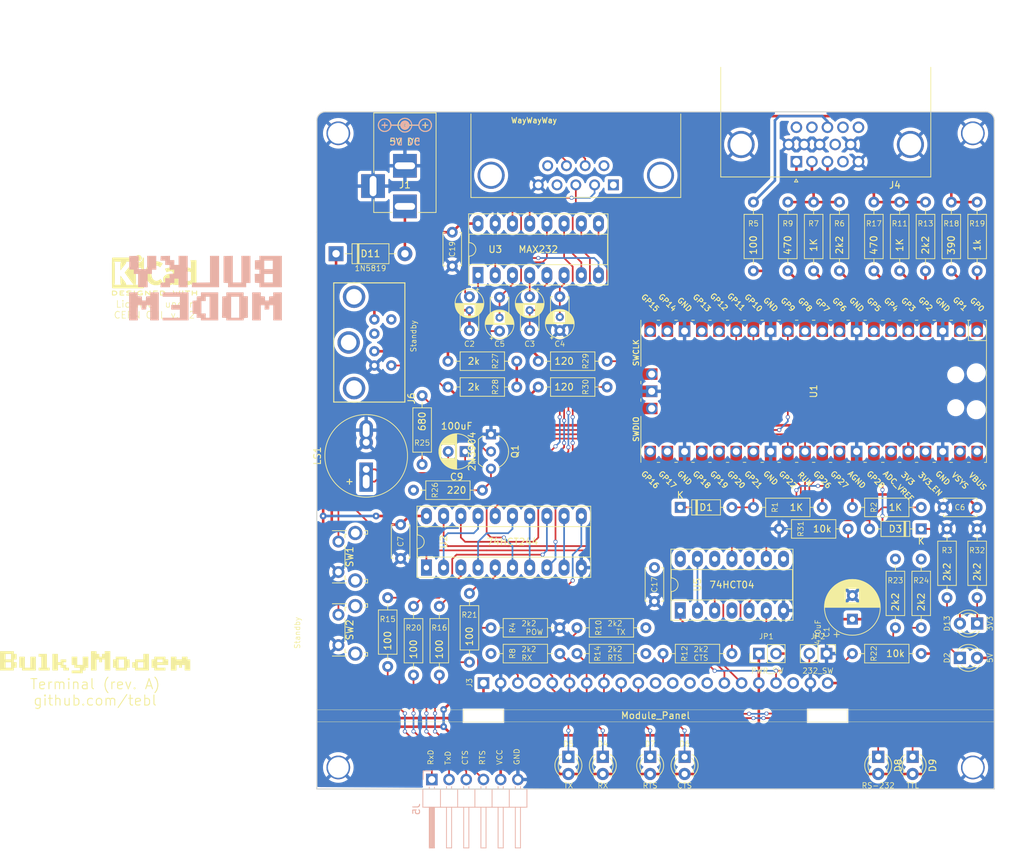
<source format=kicad_pcb>
(kicad_pcb (version 20240108) (generator "pcbnew") (generator_version "8.0")
  (layers (0 "F.Cu" signal) (31 "B.Cu" signal) (34 "B.Paste" user) (35 "F.Paste" user) (36 "B.SilkS" user "B.Silkscreen") (37 "F.SilkS" user "F.Silkscreen") (38 "B.Mask" user) (39 "F.Mask" user) (44 "Edge.Cuts" user))
  (net 0 "")
  (net 1 "GND")
  (net 2 "+5V")
  (net 3 "Net-(U3-VS+)")
  (net 4 "VIN")
  (net 5 "+3.3V")
  (net 6 "Net-(U3-C2-)")
  (net 7 "Net-(U3-C2+)")
  (net 8 "Net-(U3-VS-)")
  (net 9 "Net-(U3-C1+)")
  (net 10 "Net-(U3-C1-)")
  (net 11 "Net-(Q1-C)")
  (net 12 "Net-(C9-Pad2)")
  (net 13 "Pico.RxD")
  (net 14 "MODE_232")
  (net 15 "Net-(D1-A)")
  (net 16 "Net-(D3-A)")
  (net 17 "Pico.CTS")
  (net 18 "/Front Panel/LED.RX")
  (net 19 "/Front Panel/LED.TX")
  (net 20 "/Front Panel/LED.CTS")
  (net 21 "/Front Panel/LED.RTS")
  (net 22 "/Front Panel/LED.232")
  (net 23 "/Front Panel/LED.TTL")
  (net 24 "/Serial/DTE.CTS")
  (net 25 "/Serial/DTE.RTS")
  (net 26 "/Serial/DTE.TxD")
  (net 27 "/Serial/DTE.RxD")
  (net 33 "DEFAULTS")
  (net 34 "RESET")
  (net 35 "/VGA/VGA.G")
  (net 37 "/VGA/VGA.R")
  (net 40 "Net-(J4-Pad13)")
  (net 42 "/VGA/VGA.B")
  (net 45 "Net-(U2-2A2)")
  (net 46 "Net-(U2-2Y1)")
  (net 47 "MODE_SEL")
  (net 48 "Net-(U2-2Y0)")
  (net 49 "Net-(U2-2A3)")
  (net 53 "Net-(J6-Pad1)")
  (net 55 "Net-(J6-Pad5)")
  (net 57 "Net-(Q1-B)")
  (net 58 "SYNC")
  (net 59 "R0")
  (net 60 "R1")
  (net 61 "R2")
  (net 62 "G1")
  (net 63 "G0")
  (net 65 "unconnected-(U5-Pad6)")
  (net 68 "TTL.RxD")
  (net 69 "TTL.RTS")
  (net 70 "Net-(D11-A)")
  (net 71 "G2")
  (net 72 "B1")
  (net 73 "B0")
  (net 74 "TTL.TxD")
  (net 75 "TTL.CTS")
  (net 76 "MODE_TTL")
  (net 77 "BUZZER")
  (net 78 "PS2.DAT")
  (net 79 "PS2.CLK")
  (net 80 "Net-(U1-GPIO28_ADC2)")
  (net 81 "Pico.TxD")
  (net 101 "Pico.RTS")
  (net 109 "232.TxD")
  (net 110 "232.CTS")
  (net 111 "232.RxD")
  (net 112 "232.RTS")
  (net 113 "Net-(D2-K)")
  (net 114 "Net-(D13-K)")
  (net 115 "/Front Panel/LED.POW")
  (footprint "mounting:M3_pin" (layer "F.Cu") (at 167.005 57.785)
    (property "Reference" "M3" (hide yes))
    (property "Value" "Mounting" (hide yes))
  )
  (footprint "mounting:M3_pin" (layer "F.Cu") (at 73.355 57.785)
    (property "Reference" "M4" (hide yes))
    (property "Value" "Mounting" (hide yes))
  )
  (footprint "Symbols:KiCad-Logo2_6mm_SilkScreen" (layer "F.Cu") (at 46.228 78.74)
    (property "Reference" "REF***" (hide yes))
    (property "Value" "KiCad-Logo2_6mm_SilkScreen" (hide yes))
  )
  (footprint "mounting:M3_pin" (layer "F.Cu") (at 167.005 151.435)
    (property "Reference" "M2" (hide yes))
    (property "Value" "Mounting" (hide yes))
  )
  (footprint "LED_THT:LED_D3.0mm" (layer "F.Cu") (at 112.395 149.86 -90)
    (property "Reference" "D4")
    (property "Value" "RX")
  )
  (footprint "LED_THT:LED_D3.0mm" (layer "F.Cu") (at 107.315 149.86 -90)
    (property "Reference" "D5")
    (property "Value" "TX")
  )
  (footprint "LED_THT:LED_D3.0mm" (layer "F.Cu") (at 124.46 149.86 -90)
    (property "Reference" "D6")
    (property "Value" "CTS")
  )
  (footprint "LED_THT:LED_D3.0mm" (layer "F.Cu") (at 119.38 149.86 -90)
    (property "Reference" "D7")
    (property "Value" "RTS")
  )
  (footprint "RND_DSUB:DSUB-9_Male_Horizontal_P2.77x2.84mm_EdgePinOffset7.70mm_Housed_MountingHolesOffset9.12mm" (layer "F.Cu") (at 113.95 65.405 180)
    (property "Reference" "J2" (hide yes))
    (property "Value" "RS-232")
  )
  (footprint "BulkyModem:Terminal_Panel" (layer "F.Cu") (at 120.18 138.97)
    (property "Reference" "J3")
    (property "Value" "Module_Panel")
  )
  (footprint "Connector_PinHeader_2.54mm:PinHeader_1x02_P2.54mm_Vertical" (layer "F.Cu") (at 135.42 134.62 90)
    (property "Reference" "JP1")
    (property "Value" "PWR_SW")
  )
  (footprint "mounting:M3_pin" (layer "F.Cu") (at 73.355 151.435)
    (property "Reference" "M1" (hide yes))
    (property "Value" "Mounting" (hide yes))
  )
  (footprint "resistor:R_Axial_DIN0207_L6.3mm_D2.5mm_P10.16mm_Horizontal" (layer "F.Cu") (at 95.885 134.62)
    (property "Reference" "R8")
    (property "Value" "2k2")
  )
  (footprint "resistor:R_Axial_DIN0207_L6.3mm_D2.5mm_P10.16mm_Horizontal" (layer "F.Cu") (at 118.745 130.81 180)
    (property "Reference" "R10")
    (property "Value" "2k2")
  )
  (footprint "resistor:R_Axial_DIN0207_L6.3mm_D2.5mm_P10.16mm_Horizontal" (layer "F.Cu") (at 131.445 134.62 180)
    (property "Reference" "R12")
    (property "Value" "2k2")
  )
  (footprint "resistor:R_Axial_DIN0207_L6.3mm_D2.5mm_P10.16mm_Horizontal" (layer "F.Cu") (at 118.745 134.62 180)
    (property "Reference" "R14")
    (property "Value" "2k2")
  )
  (footprint "Package_DIP:DIP-16_W7.62mm_Socket_LongPads" (layer "F.Cu") (at 93.98 78.74 90)
    (property "Reference" "U3")
    (property "Value" "MAX232")
  )
  (footprint "BulkyModem:BARREL_JACK" (layer "F.Cu") (at 83.185 68.58 -90)
    (property "Reference" "J1")
    (property "Value" "DC IN")
  )
  (footprint "BulkyModem:PWR_Specification" (layer "F.Cu") (at 83.185 56.515)
    (property "Reference" "SYM1" (hide yes))
    (property "Value" "DC_5V")
  )
  (footprint "Capacitor_THT:C_Disc_D4.7mm_W2.5mm_P5.00mm" (layer "F.Cu") (at 120.015 121.92 -90)
    (property "Reference" "C17")
    (property "Value" "100nF")
  )
  (footprint "Capacitor_THT:C_Disc_D4.7mm_W2.5mm_P5.00mm" (layer "F.Cu") (at 90.17 72.39 -90)
    (property "Reference" "C19")
    (property "Value" "100nF")
  )
  (footprint "Capacitor_THT:C_Disc_D4.7mm_W2.5mm_P5.00mm" (layer "F.Cu") (at 82.55 115.57 -90)
    (property "Reference" "C7")
    (property "Value" "100nF")
  )
  (footprint "BulkyModem:CP_Radial_D4.0mm_P2.00mm_Custom" (layer "F.Cu") (at 97.155 86.995 90)
    (property "Reference" "C5")
    (property "Value" "1uF" (hide yes))
  )
  (footprint "BulkyModem:CP_Radial_D4.0mm_P2.00mm_Custom" (layer "F.Cu") (at 101.6 81.915 -90)
    (property "Reference" "C3")
    (property "Value" "1uF" (hide yes))
  )
  (footprint "BulkyModem:CP_Radial_D4.0mm_P2.00mm_Custom" (layer "F.Cu") (at 92.71 81.915 -90)
    (property "Reference" "C2")
    (property "Value" "1uF" (hide yes))
  )
  (footprint "BulkyModem:CP_Radial_D4.0mm_P2.00mm_Custom" (layer "F.Cu") (at 106.045 86.915 90)
    (property "Reference" "C4")
    (property "Value" "1uF" (hide yes))
  )
  (footprint "Capacitor_THT:C_Disc_D4.7mm_W2.5mm_P5.00mm" (layer "F.Cu") (at 167.64 113.03 180)
    (property "Reference" "C6")
    (property "Value" "100nF")
  )
  (footprint "resistor:R_Axial_DIN0207_L6.3mm_D2.5mm_P10.16mm_Horizontal" (layer "F.Cu") (at 106.045 130.81 180)
    (property "Reference" "R4")
    (property "Value" "2k2")
  )
  (footprint "BulkyModem:D_DO-41_SOD81_P10.16mm_Horizontal" (layer "F.Cu") (at 73.025 75.565)
    (property "Reference" "D11")
    (property "Value" "1N5819")
  )
  (footprint "Capacitor_THT:CP_Radial_D8.0mm_P3.50mm" (layer "F.Cu") (at 149.225 129.54 90)
    (property "Reference" "C1")
    (property "Value" "470uF")
  )
  (footprint "artwork:BulkyModem_small" (layer "F.Cu") (at 37.465 135.89)
    (property "Reference" "G***" (hide yes))
    (property "Value" "LOGO" (hide yes))
  )
  (footprint "resistor:R_Axial_DIN0207_L6.3mm_D2.5mm_P10.16mm_Horizontal" (layer "F.Cu") (at 144.78 113.03 180)
    (property "Reference" "R1")
    (property "Value" "1K")
  )
  (footprint "LED_THT:LED_D3.0mm" (layer "F.Cu") (at 158.115 149.86 -90)
    (property "Reference" "D9")
    (property "Value" "TTL")
  )
  (footprint "resistor:R_Axial_DIN0207_L6.3mm_D2.5mm_P10.16mm_Horizontal" (layer "F.Cu") (at 99.695 95.25 180)
    (property "Reference" "R28")
    (property "Value" "2k")
  )
  (footprint "resistor:R_Axial_DIN0207_L6.3mm_D2.5mm_P10.16mm_Horizontal" (layer "F.Cu") (at 156.21 78.105 90)
    (property "Reference" "R11")
    (property "Value" "1K")
  )
  (footprint "resistor:R_Axial_DIN0207_L6.3mm_D2.5mm_P10.16mm_Horizontal" (layer "F.Cu") (at 113.03 95.25 180)
    (property "Reference" "R30")
    (property "Value" "120")
  )
  (footprint "resistor:R_Axial_DIN0207_L6.3mm_D2.5mm_P10.16mm_Horizontal" (layer "F.Cu") (at 84.455 137.795 90)
    (property "Reference" "R20")
    (property "Value" "100")
  )
  (footprint "resistor:R_Axial_DIN0207_L6.3mm_D2.5mm_P10.16mm_Horizontal" (layer "F.Cu") (at 159.385 120.65 -90)
    (property "Reference" "R24")
    (property "Value" "2k2")
  )
  (footprint "resistor:R_Axial_DIN0207_L6.3mm_D2.5mm_P10.16mm_Horizontal" (layer "F.Cu") (at 148.59 116.205 180)
    (property "Reference" "R31")
    (property "Value" "10k")
  )
  (footprint "resistor:R_Axial_DIN0207_L6.3mm_D2.5mm_P10.16mm_Horizontal" (layer "F.Cu") (at 167.64 116.205 -90)
    (property "Reference" "R32")
    (property "Value" "2k2")
  )
  (footprint "resistor:R_Axial_DIN0207_L6.3mm_D2.5mm_P10.16mm_Horizontal" (layer "F.Cu") (at 163.83 78.105 90)
    (property "Reference" "R18")
    (property "Value" "390")
  )
  (footprint "Package_DIP:DIP-14_W7.62mm_Socket_LongPads" (layer "F.Cu") (at 123.825 128.26 90)
    (property "Reference" "U5")
    (property "Value" "74HCT04")
  )
  (footprint "Package_TO_SOT_THT:TO-92_Inline_Wide" (layer "F.Cu") (at 95.885 102.235 -90)
    (property "Reference" "Q1")
    (property "Value" "2N3904")
  )
  (footprint "resistor:R_Axial_DIN0207_L6.3mm_D2.5mm_P10.16mm_Horizontal" (layer "F.Cu") (at 99.695 91.44 180)
    (property "Reference" "R27")
    (property "Value" "2k")
  )
  (footprint "resistor:R_Axial_DIN0207_L6.3mm_D2.5mm_P10.16mm_Horizontal" (layer "F.Cu") (at 134.62 67.945 -90)
    (property "Reference" "R5")
    (property "Value" "100")
  )
  (footprint "Diode_THT:D_DO-35_SOD27_P7.62mm_Horizontal" (layer "F.Cu") (at 159.385 116.205 180)
    (property "Reference" "D3")
    (property "Value" "1n4148")
  )
  (footprint "resistor:R_Axial_DIN0207_L6.3mm_D2.5mm_P10.16mm_Horizontal" (layer "F.Cu") (at 149.225 134.62)
    (property "Reference" "R22")
    (property "Value" "10k")
  )
  (footprint "Capacitor_THT:CP_Radial_D5.0mm_P2.50mm" (layer "F.Cu") (at 92.075 104.775 180)
    (property "Reference" "C9")
    (property "Value" "100uF")
  )
  (footprint "Button_Switch_THT:SW_Tactile_SPST_Angled_PTS645Vx39-2LFS" (layer "F.Cu") (at 73.3725 122.575 90)
    (property "Reference" "SW1")
    (property "Value" "RESET")
  )
  (footprint "resistor:R_Axial_DIN0207_L6.3mm_D2.5mm_P10.16mm_Horizontal" (layer "F.Cu") (at 147.32 78.105 90)
    (property "Reference" "R6")
    (property "Value" "2k2")
  )
  (footprint "resistor:R_Axial_DIN0207_L6.3mm_D2.5mm_P10.16mm_Horizontal" (layer "F.Cu") (at 139.7 78.105 90)
    (property "Reference" "R9")
    (property "Value" "470")
  )
  (footprint "Package_DIP:DIP-20_W7.62mm_Socket_LongPads" (layer "F.Cu") (at 86.36 121.92 90)
    (property "Reference" "U2")
    (property "Value" "74HCT244")
  )
  (footprint "resistor:R_Axial_DIN0207_L6.3mm_D2.5mm_P10.16mm_Horizontal" (layer "F.Cu") (at 92.71 125.73 -90)
    (property "Reference" "R21")
    (property "Value" "100")
  )
  (footprint "Connector_PinHeader_2.54mm:PinHeader_1x02_P2.54mm_Vertical" (layer "F.Cu") (at 145.415 134.62 -90)
    (property "Reference" "JP2")
    (property "Value" "232_SW")
  )
  (footprint "VGA_DSUB:DSUB-15-L77HDE15SD1CH4F" (layer "F.Cu") (at 145.296 48.006)
    (property "Reference" "J4")
    (property "Value" "VGA")
  )
  (footprint "resistor:R_Axial_DIN0207_L6.3mm_D2.5mm_P10.16mm_Horizontal" (layer "F.Cu") (at 80.645 126.365 -90)
    (property "Reference" "R15")
    (property "Value" "100")
  )
  (footprint "small_buzzer:Buzzer_12x9.5RM7.6" (layer "F.Cu") (at 77.47 109.22 90)
    (property "Reference" "LS1")
    (property "Value" "Speaker")
  )
  (footprint "resistor:R_Axial_DIN0207_L6.3mm_D2.5mm_P10.16mm_Horizontal" (layer "F.Cu") (at 152.4 78.105 90)
    (property "Reference" "R17")
    (property "Value" "470")
  )
  (footprint "resistor:R_Axial_DIN0207_L6.3mm_D2.5mm_P10.16mm_Horizontal" (layer "F.Cu") (at 155.575 120.65 -90)
    (property "Reference" "R23")
    (property "Value" "2k2")
  )
  (footprint "resistor:R_Axial_DIN0207_L6.3mm_D2.5mm_P10.16mm_Horizontal" (layer "F.Cu") (at 88.265 137.795 90)
    (property "Reference" "R16")
    (property "Value" "100")
  )
  (footprint "Diode_THT:D_DO-35_SOD27_P7.62mm_Horizontal" (layer "F.Cu") (at 123.825 113.03)
    (property "Reference" "D1")
    (property "Value" "1n4148")
  )
  (footprint "resistor:R_Axial_DIN0207_L6.3mm_D2.5mm_P10.16mm_Horizontal" (layer "F.Cu") (at 84.455 110.49)
    (property "Reference" "R26")
    (property "Value" "220")
  )
  (footprint "PS2_mini_din_6:MINI-DIN-6-FULL-SHIELD" (layer "F.Cu") (at 70.18 88.675 90)
    (property "Reference" "J6")
    (property "Value" "PS/2_Connector" (hide yes))
  )
  (footprint "Button_Switch_THT:SW_Tactile_SPST_Angled_PTS645Vx39-2LFS" (layer "F.Cu") (at 73.3725 133.37 90)
    (property "Reference" "SW2")
    (property "Value" "DEFAULTS")
  )
  (footprint "resistor:R_Axial_DIN0207_L6.3mm_D2.5mm_P10.16mm_Horizontal" (layer "F.Cu") (at 85.725 106.68 90)
    (property "Reference" "R25")
    (property "Value" "680")
  )
  (footprint "resistor:R_Axial_DIN0207_L6.3mm_D2.5mm_P10.16mm_Horizontal" (layer "F.Cu") (at 163.195 116.205 -90)
    (property "Reference" "R3")
    (property "Value" "2k2")
  )
  (footprint "LED_THT:LED_D3.0mm" (layer "F.Cu") (at 167.64 130.175 180)
    (property "Reference" "D13")
    (property "Value" "3V3")
  )
  (footprint "pi_pico:RPi_Pico_SMD_TH" (layer "F.Cu") (at 143.51 95.885 -90)
    (property "Reference" "U1")
    (property "Value" "Pico")
  )
  (footprint "resistor:R_Axial_DIN0207_L6.3mm_D2.5mm_P10.16mm_Horizontal" (layer "F.Cu") (at 113.03 91.44 180)
    (property "Reference" "R29")
    (property "Value" "120")
  )
  (footprint "resistor:R_Axial_DIN0207_L6.3mm_D2.5mm_P10.16mm_Horizontal" (layer "F.Cu") (at 167.64 78.105 90)
    (property "Reference" "R19")
    (property "Value" "1k")
  )
  (footprint "LED_THT:LED_D3.0mm" (layer "F.Cu") (at 153.035 149.86 -90)
    (property "Reference" "D8")
    (property "Value" "RS-232")
  )
  (footprint "resistor:R_Axial_DIN0207_L6.3mm_D2.5mm_P10.16mm_Horizontal" (layer "F.Cu") (at 143.51 78.105 90)
    (property "Reference" "R7")
    (property "Value" "1K")
  )
  (footprint "resistor:R_Axial_DIN0207_L6.3mm_D2.5mm_P10.16mm_Horizontal" (layer "F.Cu") (at 160.02 78.105 90)
    (property "Reference" "R13")
    (property "Value" "2k2")
  )
  (footprint "resistor:R_Axial_DIN0207_L6.3mm_D2.5mm_P10.16mm_Horizontal" (layer "F.Cu") (at 149.225 113.03)
    (property "Reference" "R2")
    (property "Value" "1K")
  )
  (footprint "LED_THT:LED_D3.0mm" (layer "F.Cu") (at 165.1 135.255)
    (property "Reference" "D2")
    (property "Value" "5V")
  )
  (footprint "artwork:BulkyModem" (layer "B.Cu") (at 53.594 80.645 180)
    (property "Reference" "G***" (hide yes))
    (property "Value" "LOGO" (hide yes))
  )
  (footprint "Connector_PinHeader_2.54mm:PinHeader_1x06_P2.54mm_Horizontal" (layer "B.Cu") (at 87.16 153.21 -90)
    (property "Reference" "J5")
    (property "Value" "TTL")
  )
  (gr_line (start 70.18 139.954) (end 70.18 72.39) (stroke (width 0.15)) (layer "Edge.Cuts"))
  (gr_line (start 70.18 139.954) (end 70.18 154.61) (stroke (width 0.15)) (layer "Edge.Cuts"))
  (gr_line (start 70.18 55.88) (end 70.18 72.39) (stroke (width 0.15)) (layer "Edge.Cuts"))
  (gr_line (start 170.18 78.74) (end 170.18 55.88) (stroke (width 0.15)) (layer "Edge.Cuts"))
  (gr_line (start 97.775 142.803) (end 97.775 144.808) (stroke (width 0.05)) (layer "Edge.Cuts"))
  (gr_line (start 142.575 144.808) (end 142.575 142.803) (stroke (width 0.05)) (layer "Edge.Cuts"))
  (gr_line (start 91.775 144.808) (end 91.775 142.803) (stroke (width 0.05)) (layer "Edge.Cuts"))
  (gr_line (start 148.575 144.808) (end 142.575 144.808) (stroke (width 0.05)) (layer "Edge.Cuts"))
  (gr_line (start 97.775 144.808) (end 91.775 144.808) (stroke (width 0.05)) (layer "Edge.Cuts"))
  (gr_line (start 142.575 142.803) (end 148.575 142.803) (stroke (width 0.05)) (layer "Edge.Cuts"))
  (gr_line (start 91.775 142.803) (end 97.775 142.803) (stroke (width 0.05)) (layer "Edge.Cuts"))
  (gr_line (start 148.575 142.803) (end 148.575 144.808) (stroke (width 0.05)) (layer "Edge.Cuts"))
  (gr_line (start 70.18 154.61) (end 102.4705 154.61) (stroke (width 0.15)) (layer "Edge.Cuts"))
  (gr_line (start 137.8895 154.61) (end 170.18 154.61) (stroke (width 0.15)) (layer "Edge.Cuts"))
  (gr_arc (start 168.91 54.61) (mid 169.808026 54.981974) (end 170.18 55.88) (stroke (width 0.15)) (layer "Edge.Cuts"))
  (gr_line (start 168.91 54.61) (end 71.45 54.61) (stroke (width 0.15)) (layer "Edge.Cuts"))
  (gr_arc (start 70.18 55.88) (mid 70.551974 54.981974) (end 71.45 54.61) (stroke (width 0.15)) (layer "Edge.Cuts"))
  (gr_line (start 137.8895 154.61) (end 102.4705 154.61) (stroke (width 0.15)) (layer "Edge.Cuts"))
  (gr_line (start 170.18 154.61) (end 170.18 78.74) (stroke (width 0.15)) (layer "Edge.Cuts"))
  (gr_text "5V DC" (at 83.185 59.055 0) (layer "B.SilkS") (effects (font (size 1 1)) (justify mirror)))
  (gr_text "Licensed under\nCERN OHL v.1.2" (at 46.228 83.82 0) (layer "F.SilkS") (effects (font (size 1 1) (thickness 0.1))))
  (gr_text "RxD" (at 86.995 151.13 90) (layer "F.SilkS") (effects (font (size 0.8 0.8) (thickness 0.1)) (justify left)))
  (gr_text "RX" (at 100.33 135.255 0) (layer "F.SilkS") (effects (font (size 0.8 0.8) (thickness 0.1)) (justify left)))
  (gr_text "CTS" (at 92.075 151.13 90) (layer "F.SilkS") (effects (font (size 0.8 0.8) (thickness 0.1)) (justify left)))
  (gr_text "5V DC" (at 83.185 59.055 0) (layer "F.SilkS") (effects (font (size 1 1))))
  (gr_text "TxD" (at 89.535 151.13 90) (layer "F.SilkS") (effects (font (size 0.8 0.8) (thickness 0.1)) (justify left)))
  (gr_text "TX" (at 114.3 131.445 0) (layer "F.SilkS") (effects (font (size 0.8 0.8) (thickness 0.1)) (justify left)))
  (gr_text "RTS" (at 94.615 151.13 90) (layer "F.SilkS") (effects (font (size 0.8 0.8) (thickness 0.1)) (justify left)))
  (gr_text "GND" (at 99.695 151.13 90) (layer "F.SilkS") (effects (font (size 0.8 0.8) (thickness 0.1)) (justify left)))
  (gr_text "Standby" (at 67.31 133.985 90) (layer "F.SilkS") (effects (font (size 0.8 0.8) (thickness 0.1)) (justify left)))
  (gr_text "WayWayWay" (at 102.235 55.88 0) (layer "F.SilkS") (effects (font (size 0.8 0.8))))
  (gr_text "RTS" (at 113.03 135.255 0) (layer "F.SilkS") (effects (font (size 0.8 0.8) (thickness 0.1)) (justify left)))
  (gr_text "POW" (at 100.965 131.445 0) (layer "F.SilkS") (effects (font (size 0.8 0.8) (thickness 0.1)) (justify left)))
  (gr_text "CTS" (at 125.73 135.255 0) (layer "F.SilkS") (effects (font (size 0.8 0.8) (thickness 0.1)) (justify left)))
  (gr_text "VCC" (at 97.155 151.13 90) (layer "F.SilkS") (effects (font (size 0.8 0.8) (thickness 0.1)) (justify left)))
  (gr_text "Terminal (rev. A)\ngithub.com/tebl" (at 37.465 140.335 0) (layer "F.SilkS") (effects (font (size 1.5 1.5))))
  (gr_text "Standby" (at 84.455 90.17 90) (layer "F.SilkS") (effects (font (size 0.8 0.8) (thickness 0.1)) (justify left)))
  (segment (start 87.63 72.39) (end 87.63 81.915) (width 0.381) (layer "F.Cu") (net 2))
  (segment (start 94.78 140.805) (end 93.98 141.605) (width 0.381) (layer "F.Cu") (net 2))
  (segment (start 153.035 152.4) (end 158.115 152.4) (width 0.381) (layer "F.Cu") (net 2))
  (segment (start 71.12 67.31) (end 79.375 59.055) (width 0.381) (layer "F.Cu") (net 2))
  (segment (start 169.545 64.77) (end 160.02 55.245) (width 0.381) (layer "F.Cu") (net 2))
  (segment (start 149.225 129.54) (end 144.78 129.54) (width 0.381) (layer "F.Cu") (net 2))
  (segment (start 107.315 152.4) (end 112.395 152.4) (width 0.381) (layer "F.Cu") (net 2))
  (segment (start 97.32 147.955) (end 101.6 147.955) (width 0.381) (layer "F.Cu") (net 2))
  (segment (start 88.9 142.875) (end 90.17 141.605) (width 0.381) (layer "F.Cu") (net 2))
  (segment (start 79.375 83.185) (end 86.36 83.185) (width 0.381) (layer "F.Cu") (net 2))
  (segment (start 162.56 137.16) (end 169.545 137.16) (width 0.381) (layer "F.Cu") (net 2))
  (segment (start 87.63 72.39) (end 87.63 59.055) (width 0.381) (layer "F.Cu") (net 2))
  (segment (start 91.44 71.12) (end 90.17 72.39) (width 0.381) (layer "F.Cu") (net 2))
  (segment (start 149.225 129.54) (end 151.13 129.54) (width 0.381) (layer "F.Cu") (net 2))
  (segment (start 78.93 114.3) (end 80.01 114.3) (width 0.381) (layer "F.Cu") (net 2))
  (segment (start 97.32 147.955) (end 97.32 153.21) (width 0.381) (layer "F.Cu") (net 2))
  (segment (start 87.63 81.915) (end 89.63 83.915) (width 0.381) (layer "F.Cu") (net 2))
  (segment (start 161.29 130.175) (end 161.29 134.62) (width 0.381) (layer "F.Cu") (net 2))
  (segment (start 167.64 135.255) (end 169.545 135.255) (width 0.381) (layer "F.Cu") (net 2))
  (segment (start 145.58 138.97) (end 147.415 138.97) (width 0.381) (layer "F.Cu") (net 2))
  (segment (start 71.12 144.145) (end 71.12 67.31) (width 0.381) (layer "F.Cu") (net 2))
  (segment (start 169.545 144.145) (end 169.545 137.16) (width 0.381) (layer "F.Cu") (net 2))
  (segment (start 169.545 137.16) (end 169.545 135.255) (width 0.381) (layer "F.Cu") (net 2))
  (segment (start 161.29 135.89) (end 162.56 137.16) (width 0.381) (layer "F.Cu") (net 2))
  (segment (start 165.1 107.95) (end 165.1 104.775) (width 0.381) (layer "F.Cu") (net 2))
  (segment (start 92.71 86.915) (end 92.71 83.915) (width 0.381) (layer "F.Cu") (net 2))
  (segment (start 165.735 108.585) (end 165.1 107.95) (width 0.381) (layer "F.Cu") (net 2))
  (segment (start 161.29 134.62) (end 161.29 135.89) (width 0.381) (layer "F.Cu") (net 2))
  (segment (start 78.68 85.275) (end 78.68 83.88) (width 0.381) (layer "F.Cu") (net 2))
  (segment (start 152.4 128.27) (end 159.385 128.27) (width 0.381) (layer "F.Cu") (net 2))
  (segment (start 88.9 145.415) (end 72.39 145.415) (width 0.381) (layer "F.Cu") (net 2))
  (segment (start 165.735 108.585) (end 169.545 108.585) (width 0.381) (layer "F.Cu") (net 2))
  (segment (start 147.415 138.97) (end 151.13 135.255) (width 0.381) (layer "F.Cu") (net 2))
  (segment (start 83.82 114.3) (end 82.55 115.57) (width 0.381) (layer "F.Cu") (net 2))
  (segment (start 93.98 141.605) (end 90.17 141.605) (width 0.381) (layer "F.Cu") (net 2))
  (segment (start 119.38 152.4) (end 124.46 152.4) (width 0.381) (layer "F.Cu") (net 2))
  (segment (start 158.115 152.4) (end 161.29 152.4) (width 0.381) (layer "F.Cu") (net 2))
  (segment (start 78.68 83.88) (end 79.375 83.185) (width 0.381) (layer "F.Cu") (net 2))
  (segment (start 139.7 134.62) (end 137.96 134.62) (width 0.381) (layer "F.Cu") (net 2))
  (segment (start 128.27 59.055) (end 87.63 59.055) (width 0.381) (layer "F.Cu") (net 2))
  (segment (start 159.385 128.27) (end 161.29 130.175) (width 0.381) (layer "F.Cu") (net 2))
  (segment (start 112.395 152.4) (end 119.38 152.4) (width 0.381) (layer "F.Cu") (net 2))
  (segment (start 151.13 135.255) (end 151.13 129.54) (width 0.381) (layer "F.Cu") (net 2))
  (segment (start 124.46 152.4) (end 153.035 152.4) (width 0.381) (layer "F.Cu") (net 2))
  (segment (start 169.545 135.255) (end 169.545 108.585) (width 0.381) (layer "F.Cu") (net 2))
  (segment (start 159.385 134.62) (end 161.29 134.62) (width 0.381) (layer "F.Cu") (net 2))
  (segment (start 132.08 55.245) (end 128.27 59.055) (width 0.381) (layer "F.Cu") (net 2))
  (segment (start 91.44 147.955) (end 97.32 147.955) (width 0.381) (layer "F.Cu") (net 2))
  (segment (start 86.36 83.185) (end 87.63 81.915) (width 0.381) (layer "F.Cu") (net 2))
  (segment (start 161.29 152.4) (end 169.545 144.145) (width 0.381) (layer "F.Cu") (net 2))
  (segment (start 90.17 72.39) (end 87.63 72.39) (width 0.381) (layer "F.Cu") (net 2))
  (segment (start 80.01 114.3) (end 81.28 115.57) (width 0.381) (layer "F.Cu") (net 2))
  (segment (start 72.39 145.415) (end 71.12 144.145) (width 0.381) (layer "F.Cu") (net 2))
  (segment (start 86.36 114.3) (end 83.82 114.3) (width 0.381) (layer "F.Cu") (net 2))
  (segment (start 94.78 138.97) (end 94.78 140.805) (width 0.381) (layer "F.Cu") (net 2))
  (segment (start 101.6 147.955) (end 106.045 152.4) (width 0.381) (layer "F.Cu") (net 2))
  (segment (start 81.28 115.57) (end 82.55 115.57) (width 0.381) (layer "F.Cu") (net 2))
  (segment (start 79.375 59.055) (end 87.63 59.055) (width 0.381) (layer "F.Cu") (net 2))
  (segment (start 151.13 129.54) (end 152.4 128.27) (width 0.381) (layer "F.Cu") (net 2))
  (segment (start 88.9 145.415) (end 91.44 147.955) (width 0.381) (layer "F.Cu") (net 2))
  (segment (start 144.78 129.54) (end 139.7 134.62) (width 0.381) (layer "F.Cu") (net 2))
  (segment (start 93.98 71.12) (end 91.44 71.12) (width 0.381) (layer "F.Cu") (net 2))
  (segment (start 107.315 152.4) (end 106.045 152.4) (width 0.381) (layer "F.Cu") (net 2))
  (segment (start 160.02 55.245) (end 132.08 55.245) (width 0.381) (layer "F.Cu") (net 2))
  (segment (start 89.63 83.915) (end 92.71 83.915) (width 0.381) (layer "F.Cu") (net 2))
  (segment (start 169.545 108.585) (end 169.545 64.77) (width 0.381) (layer "F.Cu") (net 2))
  (via (at 88.9 142.875) (size 1) (drill 0.4) (layers "F.Cu" "B.Cu") (net 2))
  (via (at 78.93 114.3) (size 1) (drill 0.4) (layers "F.Cu" "B.Cu") (net 2))
  (via (at 71.12 114.3) (size 1) (drill 0.4) (layers "F.Cu" "B.Cu") (net 2))
  (via (at 88.9 145.415) (size 1) (drill 0.4) (layers "F.Cu" "B.Cu") (net 2))
  (segment (start 88.9 142.875) (end 88.9 145.415) (width 0.381) (layer "B.Cu") (net 2))
  (segment (start 71.12 114.3) (end 78.93 114.3) (width 0.381) (layer "B.Cu") (net 2))
  (segment (start 93.345 76.2) (end 95.885 76.2) (width 0.25) (layer "F.Cu") (net 3))
  (segment (start 96.52 76.835) (end 96.52 78.74) (width 0.25) (layer "F.Cu") (net 3))
  (segment (start 92.075 77.47) (end 93.345 76.2) (width 0.25) (layer "F.Cu") (net 3))
  (segment (start 95.885 76.2) (end 96.52 76.835) (width 0.25) (layer "F.Cu") (net 3))
  (segment (start 92.71 81.915) (end 92.075 81.28) (width 0.25) (layer "F.Cu") (net 3))
  (segment (start 92.075 81.28) (end 92.075 77.47) (width 0.25) (layer "F.Cu") (net 3))
  (segment (start 135.42 145.885) (end 134.62 146.685) (width 0.381) (layer "F.Cu") (net 4))
  (segment (start 71.755 96.52) (end 71.755 80.645) (width 0.381) (layer "F.Cu") (net 4))
  (segment (start 72.39 97.155) (end 71.755 96.52) (width 0.381) (layer "F.Cu") (net 4))
  (segment (start 72.39 115.57) (end 72.39 97.155) (width 0.381) (layer "F.Cu") (net 4))
  (segment (start 71.755 80.645) (end 73.025 79.375) (width 0.381) (layer "F.Cu") (net 4))
  (segment (start 134.62 146.685) (end 92.075 146.685) (width 0.381) (layer "F.Cu") (net 4))
  (segment (start 71.755 142.875) (end 71.755 116.205) (width 0.381) (layer "F.Cu") (net 4))
  (segment (start 92.075 146.685) (end 89.535 144.145) (width 0.381) (layer "F.Cu") (net 4))
  (segment (start 135.42 134.62) (end 135.42 138.97) (width 0.381) (layer "F.Cu") (net 4))
  (segment (start 73.025 79.375) (end 73.025 75.565) (width 0.381) (layer "F.Cu") (net 4))
  (segment (start 89.535 144.145) (end 73.025 144.145) (width 0.381) (layer "F.Cu") (net 4))
  (segment (start 71.755 116.205) (end 72.39 115.57) (width 0.381) (layer "F.Cu") (net 4))
  (segment (start 135.42 138.97) (end 135.42 145.885) (width 0.381) (layer "F.Cu") (net 4))
  (segment (start 73.025 144.145) (end 71.755 142.875) (width 0.381) (layer "F.Cu") (net 4))
  (segment (start 167.64 113.03) (end 165.735 111.125) (width 0.381) (layer "F.Cu") (net 5))
  (segment (start 99.695 93.345) (end 99.695 91.44) (width 0.381) (layer "F.Cu") (net 5))
  (segment (start 104.775 100.33) (end 105.3545 100.9095) (width 0.381) (layer "F.Cu") (net 5))
  (segment (start 144.78 111.76) (end 145.415 111.125) (width 0.381) (layer "F.Cu") (net 5))
  (segment (start 157.48 101.6) (end 157.48 104.775) (width 0.381) (layer "F.Cu") (net 5))
  (segment (start 165.1 115.57) (end 167.64 113.03) (width 0.25) (layer "F.Cu") (net 5))
  (segment (start 165.1 130.175) (end 165.1 115.57) (width 0.25) (layer "F.Cu") (net 5))
  (segment (start 144.78 113.03) (end 144.78 111.76) (width 0.381) (layer "F.Cu") (net 5))
  (segment (start 104.14 93.345) (end 104.775 93.98) (width 0.381) (layer "F.Cu") (net 5))
  (segment (start 157.48 111.125) (end 157.48 104.775) (width 0.381) (layer "F.Cu") (net 5))
  (segment (start 99.695 95.25) (end 99.695 93.345) (width 0.381) (layer "F.Cu") (net 5))
  (segment (start 104.775 93.98) (end 104.775 100.33) (width 0.381) (layer "F.Cu") (net 5))
  (segment (start 99.695 93.345) (end 104.14 93.345) (width 0.381) (layer "F.Cu") (net 5))
  (segment (start 156.7895 100.9095) (end 157.48 101.6) (width 0.381) (layer "F.Cu") (net 5))
  (segment (start 149.225 111.125) (end 149.225 113.03) (width 0.381) (layer "F.Cu") (net 5))
  (segment (start 105.3545 100.9095) (end 156.7895 100.9095) (width 0.381) (layer "F.Cu") (net 5))
  (segment (start 145.415 111.125) (end 149.225 111.125) (width 0.381) (layer "F.Cu") (net 5))
  (segment (start 165.735 111.125) (end 149.225 111.125) (width 0.381) (layer "F.Cu") (net 5))
  (segment (start 101.6 83.915) (end 101.6 86.915) (width 0.25) (layer "F.Cu") (net 6))
  (segment (start 104.14 78.74) (end 104.14 80.01) (width 0.25) (layer "F.Cu") (net 6))
  (segment (start 103.505 83.185) (end 103.505 80.645) (width 0.25) (layer "F.Cu") (net 6))
  (segment (start 101.6 83.915) (end 102.775 83.915) (width 0.25) (layer "F.Cu") (net 6))
  (segment (start 104.14 80.01) (end 103.505 80.645) (width 0.25) (layer "F.Cu") (net 6))
  (segment (start 102.775 83.915) (end 103.505 83.185) (width 0.25) (layer "F.Cu") (net 6))
  (segment (start 101.6 81.915) (end 101.6 78.74) (width 0.25) (layer "F.Cu") (net 7))
  (segment (start 106.045 80.645) (end 106.045 81.915) (width 0.25) (layer "F.Cu") (net 8))
  (segment (start 106.68 78.74) (end 106.68 80.01) (width 0.25) (layer "F.Cu") (net 8))
  (segment (start 106.045 84.915) (end 106.045 81.915) (width 0.25) (layer "F.Cu") (net 8))
  (segment (start 106.68 80.01) (end 106.045 80.645) (width 0.25) (layer "F.Cu") (net 8))
  (segment (start 95.25 81.915) (end 95.25 86.36) (width 0.25) (layer "F.Cu") (net 9))
  (segment (start 95.885 86.995) (end 97.155 86.995) (width 0.25) (layer "F.Cu") (net 9))
  (segment (start 95.25 86.36) (end 95.885 86.995) (width 0.25) (layer "F.Cu") (net 9))
  (segment (start 93.98 80.645) (end 95.25 81.915) (width 0.25) (layer "F.Cu") (net 9))
  (segment (start 93.98 78.74) (end 93.98 80.645) (width 0.25) (layer "F.Cu") (net 9))
  (segment (start 97.155 84.995) (end 97.155 81.995) (width 0.25) (layer "F.Cu") (net 10))
  (segment (start 97.155 81.995) (end 99.06 80.09) (width 0.25) (layer "F.Cu") (net 10))
  (segment (start 99.06 80.09) (end 99.06 78.74) (width 0.25) (layer "F.Cu") (net 10))
  (segment (start 93.345 110.49) (end 94.615 110.49) (width 0.25) (layer "F.Cu") (net 11))
  (segment (start 92.075 109.22) (end 93.345 110.49) (width 0.25) (layer "F.Cu") (net 11))
  (segment (start 95.885 109.22) (end 94.615 110.49) (width 0.25) (layer "F.Cu") (net 11))
  (segment (start 95.885 107.315) (end 95.885 109.22) (width 0.25) (layer "F.Cu") (net 11))
  (segment (start 92.075 104.775) (end 92.075 109.22) (width 0.25) (layer "F.Cu") (net 11))
  (segment (start 78.835 107.41) (end 79.375 107.95) (width 0.25) (layer "F.Cu") (net 12))
  (segment (start 77.47 109.22) (end 78.74 109.22) (width 0.25) (layer "F.Cu") (net 12))
  (segment (start 89.575 106.64) (end 89.575 104.775) (width 0.25) (layer "F.Cu") (net 12))
  (segment (start 77.47 109.22) (end 77.47 107.41) (width 0.25) (layer "F.Cu") (net 12))
  (segment (start 78.74 109.22) (end 79.375 108.585) (width 0.25) (layer "F.Cu") (net 12))
  (segment (start 77.47 107.41) (end 78.835 107.41) (width 0.25) (layer "F.Cu") (net 12))
  (segment (start 79.375 107.95) (end 88.265 107.95) (width 0.25) (layer "F.Cu") (net 12))
  (segment (start 88.265 107.95) (end 89.575 106.64) (width 0.25) (layer "F.Cu") (net 12))
  (segment (start 79.375 108.585) (end 79.375 107.95) (width 0.25) (layer "F.Cu") (net 12))
  (segment (start 127 113.03) (end 123.825 113.03) (width 0.25) (layer "F.Cu") (net 13))
  (segment (start 131.445 120.64) (end 131.445 117.475) (width 0.25) (layer "F.Cu") (net 13))
  (segment (start 131.445 117.475) (end 127 113.03) (width 0.25) (layer "F.Cu") (net 13))
  (segment (start 101.6 121.92) (end 101.6 114.3) (width 0.25) (layer "B.Cu") (net 13))
  (segment (start 86.995 119.38) (end 95.25 119.38) (width 0.25) (layer "F.Cu") (net 14))
  (segment (start 86.36 121.92) (end 86.36 120.015) (width 0.25) (layer "F.Cu") (net 14))
  (segment (start 86.36 120.015) (end 86.995 119.38) (width 0.25) (layer "F.Cu") (net 14))
  (segment (start 95.25 119.38) (end 109.855 119.38) (width 0.25) (layer "F.Cu") (net 14))
  (segment (start 134.62 113.03) (end 134.62 104.775) (width 0.25) (layer "F.Cu") (net 15))
  (segment (start 131.445 113.03) (end 134.62 113.03) (width 0.25) (layer "F.Cu") (net 15))
  (segment (start 153.67 113.03) (end 151.765 114.935) (width 0.25) (layer "F.Cu") (net 16))
  (segment (start 159.385 113.03) (end 153.67 113.03) (width 0.25) (layer "F.Cu") (net 16))
  (segment (start 142.875 109.855) (end 144.78 107.95) (width 0.25) (layer "F.Cu") (net 16))
  (segment (start 151.765 114.935) (end 144.145 114.935) (width 0.25) (layer "F.Cu") (net 16))
  (segment (start 144.145 114.935) (end 142.875 113.665) (width 0.25) (layer "F.Cu") (net 16))
  (segment (start 144.78 107.95) (end 144.78 104.775) (width 0.25) (layer "F.Cu") (net 16))
  (segment (start 151.765 116.205) (end 151.765 114.935) (width 0.25) (layer "F.Cu") (net 16))
  (segment (start 142.875 113.665) (end 142.875 109.855) (width 0.25) (layer "F.Cu") (net 16))
  (segment (start 146.687005 126.365) (end 147.957005 127.635) (width 0.25) (layer "F.Cu") (net 17))
  (segment (start 161.29 127) (end 161.29 116.84) (width 0.25) (layer "F.Cu") (net 17))
  (segment (start 134.62 126.365) (end 146.687005 126.365) (width 0.25) (layer "F.Cu") (net 17))
  (segment (start 147.957005 127.635) (end 160.655 127.635) (width 0.25) (layer "F.Cu") (net 17))
  (segment (start 133.985 127) (end 134.62 126.365) (width 0.25) (layer "F.Cu") (net 17))
  (segment (start 133.985 128.26) (end 133.985 127) (width 0.25) (layer "F.Cu") (net 17))
  (segment (start 160.655 116.205) (end 159.385 116.205) (width 0.25) (layer "F.Cu") (net 17))
  (segment (start 161.29 116.84) (end 160.655 116.205) (width 0.25) (layer "F.Cu") (net 17))
  (segment (start 160.655 127.635) (end 161.29 127) (width 0.25) (layer "F.Cu") (net 17))
  (segment (start 106.68 121.92) (end 106.68 114.3) (width 0.25) (layer "B.Cu") (net 17))
  (segment (start 107.48 141.0795) (end 107.48 138.97) (width 0.25) (layer "F.Cu") (net 18))
  (segment (start 107.48 136.055) (end 106.045 134.62) (width 0.25) (layer "F.Cu") (net 18))
  (segment (start 107.48 138.97) (end 107.48 136.055) (width 0.25) (layer "F.Cu") (net 18))
  (segment (start 112.395 145.9945) (end 107.48 141.0795) (width 0.25) (layer "F.Cu") (net 18))
  (via (at 112.395 145.9945) (size 0.6) (drill 0.4) (layers "F.Cu" "B.Cu") (net 18))
  (segment (start 112.395 149.86) (end 112.395 145.9945) (width 0.25) (layer "B.Cu") (net 18))
  (segment (start 104.94 139.865) (end 104.94 138.97) (width 0.25) (layer "F.Cu") (net 19))
  (segment (start 107.315 142.24) (end 104.94 139.865) (width 0.25) (layer "F.Cu") (net 19))
  (segment (start 107.6325 132.3975) (end 108.585 131.445) (width 0.25) (layer "F.Cu") (net 19))
  (segment (start 107.315 145.9945) (end 107.315 142.24) (width 0.25) (layer "F.Cu") (net 19))
  (segment (start 104.14 133.985) (end 105.7275 132.3975) (width 0.25) (layer "F.Cu") (net 19))
  (segment (start 104.94 137.96) (end 104.14 137.16) (width 0.25) (layer "F.Cu") (net 19))
  (segment (start 105.7275 132.3975) (end 107.6325 132.3975) (width 0.25) (layer "F.Cu") (net 19))
  (segment (start 108.585 131.445) (end 108.585 130.81) (width 0.25) (layer "F.Cu") (net 19))
  (segment (start 104.94 138.97) (end 104.94 137.96) (width 0.25) (layer "F.Cu") (net 19))
  (segment (start 104.14 137.16) (end 104.14 133.985) (width 0.25) (layer "F.Cu") (net 19))
  (via (at 107.315 145.9945) (size 0.6) (drill 0.4) (layers "F.Cu" "B.Cu") (net 19))
  (segment (start 107.315 149.86) (end 107.315 145.9945) (width 0.25) (layer "B.Cu") (net 19))
  (segment (start 112.56 138.97) (end 112.56 137.795) (width 0.25) (layer "F.Cu") (net 20))
  (segment (start 112.56 142.405) (end 114.935 144.78) (width 0.25) (layer "F.Cu") (net 20))
  (segment (start 112.56 138.97) (end 112.56 142.405) (width 0.25) (layer "F.Cu") (net 20))
  (segment (start 112.56 137.795) (end 113.195 137.16) (width 0.25) (layer "F.Cu") (net 20))
  (segment (start 121.285 136.525) (end 121.285 134.62) (width 0.25) (layer "F.Cu") (net 20))
  (segment (start 113.195 137.16) (end 120.65 137.16) (width 0.25) (layer "F.Cu") (net 20))
  (segment (start 120.65 137.16) (end 121.285 136.525) (width 0.25) (layer "F.Cu") (net 20))
  (segment (start 114.935 144.78) (end 123.2455 144.78) (width 0.25) (layer "F.Cu") (net 20))
  (segment (start 123.2455 144.78) (end 124.46 145.9945) (width 0.25) (layer "F.Cu") (net 20))
  (via (at 124.46 145.9945) (size 0.6) (drill 0.4) (layers "F.Cu" "B.Cu") (net 20))
  (segment (start 124.46 149.86) (end 124.46 145.9945) (width 0.25) (layer "B.Cu") (net 20))
  (segment (start 110 139.98) (end 110 136.035) (width 0.25) (layer "F.Cu") (net 21))
  (segment (start 110.02 140) (end 110.02 138.97) (width 0.25) (layer "F.Cu") (net 21))
  (segment (start 113.665 145.415) (end 110.02 141.77) (width 0.25) (layer "F.Cu") (net 21))
  (segment (start 118.8005 145.415) (end 113.665 145.415) (width 0.25) (layer "F.Cu") (net 21))
  (segment (start 119.38 145.9945) (end 118.8005 145.415) (width 0.25) (layer "F.Cu") (net 21))
  (segment (start 110 136.035) (end 108.585 134.62) (width 0.25) (layer "F.Cu") (net 21))
  (segment (start 110.02 140) (end 110 139.98) (width 0.25) (layer "F.Cu") (net 21))
  (segment (start 110.02 141.77) (end 110.02 140) (width 0.25) (layer "F.Cu") (net 21))
  (via (at 119.38 145.9945) (size 0.6) (drill 0.4) (layers "F.Cu" "B.Cu") (net 21))
  (segment (start 119.38 149.86) (end 119.38 145.9945) (width 0.25) (layer "B.Cu") (net 21))
  (segment (start 155.575 130.81) (end 155.2575 131.1275) (width 0.25) (layer "F.Cu") (net 22))
  (segment (start 153.035 141.605) (end 153.035 149.86) (width 0.25) (layer "F.Cu") (net 22))
  (segment (start 153.035 141.605) (end 151.765 141.605) (width 0.25) (layer "F.Cu") (net 22))
  (segment (start 115.1 138.97) (end 115.1 143.04) (width 0.25) (layer "F.Cu") (net 22))
  (segment (start 115.1 143.04) (end 116.205 144.145) (width 0.25) (layer "F.Cu") (net 22))
  (segment (start 155.2575 131.1275) (end 155.2575 139.3825) (width 0.25) (layer "F.Cu") (net 22))
  (segment (start 151.765 141.605) (end 141.605 141.605) (width 0.25) (layer "F.Cu") (net 22))
  (segment (start 155.2575 139.3825) (end 153.035 141.605) (width 0.25) (layer "F.Cu") (net 22))
  (segment (start 116.205 144.145) (end 134.62 144.145) (width 0.25) (layer "F.Cu") (net 22))
  (segment (start 141.605 141.605) (end 139.065 144.145) (width 0.25) (layer "F.Cu") (net 22))
  (segment (start 136.1105 144.145) (end 139.065 144.145) (width 0.25) (layer "F.Cu") (net 22))
  (via (at 134.62 144.145) (size 0.6) (drill 0.4) (layers "F.Cu" "B.Cu") (net 22))
  (via (at 136.1105 144.145) (size 0.6) (drill 0.4) (layers "F.Cu" "B.Cu") (net 22))
  (segment (start 134.62 144.145) (end 136.1105 144.145) (width 0.25) (layer "B.Cu") (net 22))
  (segment (start 157.48 130.175) (end 157.48 130.81) (width 0.25) (layer "F.Cu") (net 23))
  (segment (start 152.4 130.175) (end 153.67 128.905) (width 0.25) (layer "F.Cu") (net 23))
  (segment (start 140.97 140.97) (end 151.13 140.97) (width 0.25) (layer "F.Cu") (net 23))
  (segment (start 126.365 143.51) (end 133.985 143.51) (width 0.25) (layer "F.Cu") (net 23))
  (segment (start 136.547789 143.475088) (end 138.464912 143.475088) (width 0.25) (layer "F.Cu") (net 23))
  (segment (start 117.64 138.97) (end 117.64 143.04) (width 0.25) (layer "F.Cu") (net 23))
  (segment (start 153.67 128.905) (end 156.21 128.905) (width 0.25) (layer "F.Cu") (net 23))
  (segment (start 151.13 140.97) (end 152.4 139.7) (width 0.25) (layer "F.Cu") (net 23))
  (segment (start 159.385 130.81) (end 157.48 130.81) (width 0.25) (layer "F.Cu") (net 23))
  (segment (start 156.21 128.905) (end 157.48 130.175) (width 0.25) (layer "F.Cu") (net 23))
  (segment (start 158.115 149.86) (end 158.115 147.32) (width 0.25) (layer "F.Cu") (net 23))
  (segment (start 152.4 139.7) (end 152.4 130.175) (width 0.25) (layer "F.Cu") (net 23))
  (segment (start 138.464912 143.475088) (end 140.97 140.97) (width 0.25) (layer "F.Cu") (net 23))
  (segment (start 118.11 143.51) (end 126.365 143.51) (width 0.25) (layer "F.Cu") (net 23))
  (segment (start 158.115 147.32) (end 157.48 146.685) (width 0.25) (layer "F.Cu") (net 23))
  (segment (start 117.64 143.04) (end 118.11 143.51) (width 0.25) (layer "F.Cu") (net 23))
  (segment (start 157.48 146.685) (end 157.48 130.81) (width 0.25) (layer "F.Cu") (net 23))
  (via (at 136.547789 143.475088) (size 0.6) (drill 0.4) (layers "F.Cu" "B.Cu") (net 23))
  (via (at 133.985 143.51) (size 0.6) (drill 0.4) (layers "F.Cu" "B.Cu") (net 23))
  (segment (start 133.985 143.51) (end 136.512877 143.51) (width 0.25) (layer "B.Cu") (net 23))
  (segment (start 136.512877 143.51) (end 136.547789 143.475088) (width 0.25) (layer "B.Cu") (net 23))
  (segment (start 100.33 61.595) (end 100.33 75.565) (width 0.25) (layer "F.Cu") (net 24))
  (segment (start 100.965 76.2) (end 102.87 76.2) (width 0.25) (layer "F.Cu") (net 24))
  (segment (start 107.025 61.94) (end 106.045 60.96) (width 0.25) (layer "F.Cu") (net 24))
  (segment (start 107.025 62.565) (end 107.025 61.94) (width 0.25) (layer "F.Cu") (net 24))
  (segment (start 100.33 75.565) (end 100.965 76.2) (width 0.25) (layer "F.Cu") (net 24))
  (segment (start 106.045 60.96) (end 100.965 60.96) (width 0.25) (layer "F.Cu") (net 24))
  (segment (start 100.965 60.96) (end 100.33 61.595) (width 0.25) (layer "F.Cu") (net 24))
  (via (at 102.87 76.2) (size 0.6) (drill 0.4) (layers "F.Cu" "B.Cu") (net 24))
  (segment (start 111.125 76.2) (end 111.76 76.835) (width 0.25) (layer "B.Cu") (net 24))
  (segment (start 111.76 76.835) (end 111.76 78.74) (width 0.25) (layer "B.Cu") (net 24))
  (segment (start 102.87 76.2) (end 111.125 76.2) (width 0.25) (layer "B.Cu") (net 24))
  (segment (start 99.695 60.325) (end 108.585 60.325) (width 0.25) (layer "F.Cu") (net 25))
  (segment (start 108.585 60.325) (end 109.795 61.535) (width 0.25) (layer "F.Cu") (net 25))
  (segment (start 109.795 61.535) (end 109.795 62.565) (width 0.25) (layer "F.Cu") (net 25))
  (segment (start 99.06 71.12) (end 99.06 60.96) (width 0.25) (layer "F.Cu") (net 25))
  (segment (start 99.06 60.96) (end 99.695 60.325) (width 0.25) (layer "F.Cu") (net 25))
  (segment (start 107.95 69.215) (end 108.41 68.755) (width 0.25) (layer "F.Cu") (net 26))
  (segment (start 109.22 76.835) (end 107.95 75.565) (width 0.25) (layer "F.Cu") (net 26))
  (segment (start 108.41 68.755) (end 108.41 65.405) (width 0.25) (layer "F.Cu") (net 26))
  (segment (start 107.95 75.565) (end 107.95 69.215) (width 0.25) (layer "F.Cu") (net 26))
  (segment (start 109.22 78.74) (end 109.22 76.835) (width 0.25) (layer "F.Cu") (net 26))
  (segment (start 102.235 67.31) (end 107.785 67.31) (width 0.25) (layer "F.Cu") (net 27))
  (segment (start 101.6 71.12) (end 101.6 67.945) (width 0.25) (layer "F.Cu") (net 27))
  (segment (start 101.6 67.945) (end 102.235 67.31) (width 0.25) (layer "F.Cu") (net 27))
  (via (at 107.785 67.31) (size 0.6) (drill 0.4) (layers "F.Cu" "B.Cu") (net 27))
  (segment (start 107.785 67.31) (end 110.49 67.31) (width 0.25) (layer "B.Cu") (net 27))
  (segment (start 110.49 67.31) (end 111.18 66.62) (width 0.25) (layer "B.Cu") (net 27))
  (segment (start 111.18 66.62) (end 111.18 65.405) (width 0.25) (layer "B.Cu") (net 27))
  (segment (start 73.3725 126.0175) (end 73.66 125.73) (width 0.25) (layer "F.Cu") (net 33))
  (segment (start 141.605 124.46) (end 141.605 109.855) (width 0.25) (layer "F.Cu") (net 33))
  (segment (start 140.97 125.095) (end 141.605 124.46) (width 0.25) (layer "F.Cu") (net 33))
  (segment (start 128.905 135.89) (end 128.905 132.715) (width 0.25) (layer "F.Cu") (net 33))
  (segment (start 130.81 125.095) (end 140.97 125.095) (width 0.25) (layer "F.Cu") (net 33))
  (segment (start 130.34 137.325) (end 128.905 135.89) (width 0.25) (layer "F.Cu") (net 33))
  (segment (start 73.66 125.73) (end 78.105 125.73) (width 0.25) (layer "F.Cu") (net 33))
  (segment (start 78.105 115.57) (end 74.295 111.76) (width 0.25) (layer "F.Cu") (net 33))
  (segment (start 74.295 99.695) (end 74.93 99.06) (width 0.25) (layer "F.Cu") (net 33))
  (segment (start 128.905 132.715) (end 130.175 131.445) (width 0.25) (layer "F.Cu") (net 33))
  (segment (start 73.3725 128.87) (end 73.3725 126.0175) (width 0.25) (layer "F.Cu") (net 33))
  (segment (start 130.175 125.73) (end 130.81 125.095) (width 0.25) (layer "F.Cu") (net 33))
  (segment (start 130.175 131.445) (end 130.175 125.73) (width 0.25) (layer "F.Cu") (net 33))
  (segment (start 78.105 125.73) (end 78.105 115.57) (width 0.25) (layer "F.Cu") (net 33))
  (segment (start 139.065 102.87) (end 139.7 103.505) (width 0.25) (layer "F.Cu") (net 33))
  (segment (start 139.7 103.505) (end 139.7 104.775) (width 0.25) (layer "F.Cu") (net 33))
  (segment (start 74.295 111.76) (end 74.295 99.695) (width 0.25) (layer "F.Cu") (net 33))
  (segment (start 100.33 102.87) (end 139.065 102.87) (width 0.25) (layer "F.Cu") (net 33))
  (segment (start 74.93 99.06) (end 96.52 99.06) (width 0.25) (layer "F.Cu") (net 33))
  (segment (start 130.34 138.97) (end 130.34 137.325) (width 0.25) (layer "F.Cu") (net 33))
  (segment (start 139.7 107.95) (end 139.7 104.775) (width 0.25) (layer "F.Cu") (net 33))
  (segment (start 141.605 109.855) (end 139.7 107.95) (width 0.25) (layer "F.Cu") (net 33))
  (segment (start 96.52 99.06) (end 100.33 102.87) (width 0.25) (layer "F.Cu") (net 33))
  (segment (start 142.24 102.87) (end 142.24 104.775) (width 0.25) (layer "F.Cu") (net 34))
  (segment (start 100.965 102.235) (end 141.605 102.235) (width 0.25) (layer "F.Cu") (net 34))
  (segment (start 141.605 125.73) (end 142.24 125.095) (width 0.25) (layer "F.Cu") (net 34))
  (segment (start 132.715 130.175) (end 132.715 127) (width 0.25) (layer "F.Cu") (net 34))
  (segment (start 142.24 125.095) (end 142.24 104.775) (width 0.25) (layer "F.Cu") (net 34))
  (segment (start 73.3725 118.075) (end 73.3725 99.3475) (width 0.25) (layer "F.Cu") (net 34))
  (segment (start 132.715 127) (end 133.985 125.73) (width 0.25) (layer "F.Cu") (net 34))
  (segment (start 132.88 138.97) (end 129.54 135.63) (width 0.25) (layer "F.Cu") (net 34))
  (segment (start 133.985 125.73) (end 141.605 125.73) (width 0.25) (layer "F.Cu") (net 34))
  (segment (start 73.3725 99.3475) (end 74.295 98.425) (width 0.25) (layer "F.Cu") (net 34))
  (segment (start 97.155 98.425) (end 100.965 102.235) (width 0.25) (layer "F.Cu") (net 34))
  (segment (start 129.54 135.63) (end 129.54 133.35) (width 0.25) (layer "F.Cu") (net 34))
  (segment (start 141.605 102.235) (end 142.24 102.87) (width 0.25) (layer "F.Cu") (net 34))
  (segment (start 129.54 133.35) (end 132.715 130.175) (width 0.25) (layer "F.Cu") (net 34))
  (segment (start 74.295 98.425) (end 97.155 98.425) (width 0.25) (layer "F.Cu") (net 34))
  (segment (start 152.4 66.675) (end 152.4 67.945) (width 0.381) (layer "F.Cu") (net 35))
  (segment (start 143.256 61.976) (end 143.256 63.881) (width 0.381) (layer "F.Cu") (net 35))
  (segment (start 145.415 66.04) (end 151.765 66.04) (width 0.381) (layer "F.Cu") (net 35))
  (segment (start 143.256 63.881) (end 145.415 66.04) (width 0.381) (layer "F.Cu") (net 35))
  (segment (start 151.765 66.04) (end 152.4 66.675) (width 0.381) (layer "F.Cu") (net 35))
  (segment (start 160.02 67.945) (end 156.21 67.945) (width 0.381) (layer "F.Cu") (net 35))
  (segment (start 156.21 67.945) (end 152.4 67.945) (width 0.381) (layer "F.Cu") (net 35))
  (segment (start 140.966 64.131) (end 143.51 66.675) (width 0.381) (layer "F.Cu") (net 37))
  (segment (start 143.51 67.945) (end 143.51 66.675) (width 0.381) (layer "F.Cu") (net 37))
  (segment (start 140.966 64.131) (end 140.966 61.976) (width 0.381) (layer "F.Cu") (net 37))
  (segment (start 139.7 67.945) (end 143.51 67.945) (width 0.381) (layer "F.Cu") (net 37))
  (segment (start 147.32 67.945) (end 143.51 67.945) (width 0.381) (layer "F.Cu") (net 37))
  (segment (start 137.795 64.77) (end 137.795 55.88) (width 0.381) (layer "B.Cu") (net 40))
  (segment (start 145.546 56.011) (end 145.546 56.896) (width 0.381) (layer "B.Cu") (net 40))
  (segment (start 138.43 55.245) (end 144.78 55.245) (width 0.381) (layer "B.Cu") (net 40))
  (segment (start 137.795 55.88) (end 138.43 55.245) (width 0.381) (layer "B.Cu") (net 40))
  (segment (start 134.62 67.945) (end 137.795 64.77) (width 0.381) (layer "B.Cu") (net 40))
  (segment (start 144.78 55.245) (end 145.546 56.011) (width 0.381) (layer "B.Cu") (net 40))
  (segment (start 167.64 67.945) (end 163.83 67.945) (width 0.381) (layer "F.Cu") (net 42))
  (segment (start 162.56 64.77) (end 163.83 66.04) (width 0.381) (layer "F.Cu") (net 42))
  (segment (start 163.83 66.04) (end 163.83 67.945) (width 0.381) (layer "F.Cu") (net 42))
  (segment (start 145.546 61.976) (end 145.546 63.631) (width 0.381) (layer "F.Cu") (net 42))
  (segment (start 146.685 64.77) (end 162.56 64.77) (width 0.381) (layer "F.Cu") (net 42))
  (segment (start 145.546 63.631) (end 146.685 64.77) (width 0.381) (layer "F.Cu") (net 42))
  (segment (start 90.17 123.19) (end 90.17 120.65) (width 0.25) (layer "F.Cu") (net 45))
  (segment (start 80.645 126.365) (end 83.185 126.365) (width 0.25) (layer "F.Cu") (net 45))
  (segment (start 90.17 120.65) (end 90.805 120.015) (width 0.25) (layer "F.Cu") (net 45))
  (segment (start 83.185 126.365) (end 83.82 125.73) (width 0.25) (layer "F.Cu") (net 45))
  (segment (start 83.82 125.73) (end 87.63 125.73) (width 0.25) (layer "F.Cu") (net 45))
  (segment (start 87.63 125.73) (end 90.17 123.19) (width 0.25) (layer "F.Cu") (net 45))
  (segment (start 90.805 120.015) (end 103.505 120.015) (width 0.25) (layer "F.Cu") (net 45))
  (via (at 103.505 120.015) (size 0.6) (drill 0.4) (layers "F.Cu" "B.Cu") (net 45))
  (segment (start 104.14 114.3) (end 104.14 119.38) (width 0.25) (layer "B.Cu") (net 45))
  (segment (start 104.14 119.38) (end 103.505 120.015) (width 0.25) (layer "B.Cu") (net 45))
  (segment (start 96.52 123.19) (end 96.52 121.92) (width 0.25) (layer "F.Cu") (net 46))
  (segment (start 95.885 123.825) (end 96.52 123.19) (width 0.25) (layer "F.Cu") (net 46))
  (segment (start 92.075 123.825) (end 95.885 123.825) (width 0.25) (layer "F.Cu") (net 46))
  (segment (start 88.265 127.635) (end 92.075 123.825) (width 0.25) (layer "F.Cu") (net 46))
  (segment (start 141.605 137.16) (end 142.875 135.89) (width 0.25) (layer "F.Cu") (net 47))
  (segment (start 142.875 135.89) (end 142.875 134.62) (width 0.25) (layer "F.Cu") (net 47))
  (segment (start 137.96 138.97) (end 137.96 137.16) (width 0.25) (layer "F.Cu") (net 47))
  (segment (start 128.27 130.81) (end 128.27 136.525) (width 0.25) (layer "F.Cu") (net 47))
  (segment (start 141.605 137.16) (end 146.685 137.16) (width 0.25) (layer "F.Cu") (net 47))
  (segment (start 137.96 137.16) (end 141.605 137.16) (width 0.25) (layer "F.Cu") (net 47))
  (segment (start 146.685 137.16) (end 149.225 134.62) (width 0.25) (layer "F.Cu") (net 47))
  (segment (start 127.635 130.175) (end 128.27 130.81) (width 0.25) (layer "F.Cu") (net 47))
  (segment (start 124.46 130.175) (end 127.635 130.175) (width 0.25) (layer "F.Cu") (net 47))
  (segment (start 123.825 129.54) (end 124.46 130.175) (width 0.25) (layer "F.Cu") (net 47))
  (segment (start 123.825 128.26) (end 123.825 129.54) (width 0.25) (layer "F.Cu") (net 47))
  (segment (start 128.27 136.525) (end 128.905 137.16) (width 0.25) (layer "F.Cu") (net 47))
  (via (at 137.96 137.16) (size 0.6) (drill 0.4) (layers "F.Cu" "B.Cu") (net 47))
  (via (at 128.905 137.16) (size 0.6) (drill 0.4) (layers "F.Cu" "B.Cu") (net 47))
  (segment (start 128.905 137.16) (end 137.96 137.16) (width 0.25) (layer "B.Cu") (net 47))
  (segment (start 85.725 126.365) (end 84.455 127.635) (width 0.25) (layer "F.Cu") (net 48))
  (segment (start 91.44 122.555) (end 91.44 123.19) (width 0.25) (layer "F.Cu") (net 48))
  (segment (start 88.265 126.365) (end 85.725 126.365) (width 0.25) (layer "F.Cu") (net 48))
  (segment (start 91.44 123.19) (end 88.265 126.365) (width 0.25) (layer "F.Cu") (net 48))
  (segment (start 93.98 124.46) (end 92.71 125.73) (width 0.25) (layer "F.Cu") (net 49))
  (segment (start 107.95 123.825) (end 107.315 124.46) (width 0.25) (layer "F.Cu") (net 49))
  (segment (start 107.315 124.46) (end 93.98 124.46) (width 0.25) (layer "F.Cu") (net 49))
  (via (at 107.95 123.825) (size 0.6) (drill 0.4) (layers "F.Cu" "B.Cu") (net 49))
  (segment (start 107.95 120.015) (end 107.95 123.825) (width 0.25) (layer "B.Cu") (net 49))
  (segment (start 109.22 118.745) (end 107.95 120.015) (width 0.25) (layer "B.Cu") (net 49))
  (segment (start 109.22 114.3) (end 109.22 118.745) (width 0.25) (layer "B.Cu") (net 49))
  (segment (start 89.535 91.44) (end 89.535 89.975) (width 0.381) (layer "F.Cu") (net 53))
  (segment (start 102.87 90.805) (end 102.87 91.44) (width 0.381) (layer "F.Cu") (net 53))
  (segment (start 89.535 89.975) (end 102.04 89.975) (width 0.381) (layer "F.Cu") (net 53))
  (segment (start 102.04 89.975) (end 102.87 90.805) (width 0.381) (layer "F.Cu") (net 53))
  (segment (start 78.68 89.975) (end 89.535 89.975) (width 0.381) (layer "F.Cu") (net 53))
  (segment (start 85.725 92.075) (end 88.9 95.25) (width 0.25) (layer "F.Cu") (net 55))
  (segment (start 100.965 97.155) (end 91.44 97.155) (width 0.381) (layer "F.Cu") (net 55))
  (segment (start 81.18 92.075) (end 85.725 92.075) (width 0.25) (layer "F.Cu") (net 55))
  (segment (start 88.9 95.25) (end 89.535 95.25) (width 0.25) (layer "F.Cu") (net 55))
  (segment (start 91.44 97.155) (end 89.535 95.25) (width 0.381) (layer "F.Cu") (net 55))
  (segment (start 102.87 95.25) (end 100.965 97.155) (width 0.381) (layer "F.Cu") (net 55))
  (segment (start 95.25 104.775) (end 95.885 104.775) (width 0.25) (layer "F.Cu") (net 57))
  (segment (start 85.725 106.68) (end 85.725 104.14) (width 0.25) (layer "F.Cu") (net 57))
  (segment (start 93.345 102.87) (end 95.25 104.775) (width 0.25) (layer "F.Cu") (net 57))
  (segment (start 86.995 102.87) (end 93.345 102.87) (width 0.25) (layer "F.Cu") (net 57))
  (segment (start 85.725 104.14) (end 86.995 102.87) (width 0.25) (layer "F.Cu") (net 57))
  (segment (start 142.24 83.185) (end 142.24 86.995) (width 0.381) (layer "F.Cu") (net 58))
  (segment (start 137.16 78.105) (end 142.24 83.185) (width 0.381) (layer "F.Cu") (net 58))
  (segment (start 134.62 78.105) (end 137.16 78.105) (width 0.381) (layer "F.Cu") (net 58))
  (segment (start 152.4 83.185) (end 147.32 78.105) (width 0.381) (layer "F.Cu") (net 59))
  (segment (start 152.4 86.995) (end 152.4 83.185) (width 0.381) (layer "F.Cu") (net 59))
  (segment (start 147.32 81.915) (end 143.51 78.105) (width 0.381) (layer "F.Cu") (net 60))
  (segment (start 147.32 86.995) (end 147.32 81.915) (width 0.381) (layer "F.Cu") (net 60))
  (segment (start 144.78 83.185) (end 144.78 86.995) (width 0.381) (layer "F.Cu") (net 61))
  (segment (start 139.7 78.105) (end 144.78 83.185) (width 0.381) (layer "F.Cu") (net 61))
  (segment (start 157.48 79.375) (end 156.21 78.105) (width 0.381) (layer "F.Cu") (net 62))
  (segment (start 157.48 86.995) (end 157.48 79.375) (width 0.381) (layer "F.Cu") (net 62))
  (segment (start 160.02 86.995) (end 160.02 78.105) (width 0.381) (layer "F.Cu") (net 63))
  (segment (start 133.35 130.81) (end 131.445 132.715) (width 0.25) (layer "F.Cu") (net 65))
  (segment (start 136.525 130.175) (end 135.89 130.81) (width 0.25) (layer "F.Cu") (net 65))
  (segment (start 135.89 130.81) (end 133.35 130.81) (width 0.25) (layer "F.Cu") (net 65))
  (segment (start 136.525 128.26) (end 136.525 130.175) (width 0.25) (layer "F.Cu") (net 65))
  (segment (start 131.445 132.715) (end 131.445 134.62) (width 0.25) (layer "F.Cu") (net 65))
  (segment (start 80.645 140.9145) (end 80.645 136.525) (width 0.25) (layer "F.Cu") (net 68))
  (segment (start 87.16 150.0805) (end 87.16 153.21) (width 0.25) (layer "F.Cu") (net 68))
  (segment (start 83.185 143.4545) (end 80.645 140.9145) (width 0.25) (layer "F.Cu") (net 68))
  (segment (start 83.185 146.1055) (end 87.16 150.0805) (width 0.25) (layer "F.Cu") (net 68))
  (via (at 83.185 143.4545) (size 0.6) (drill 0.4) (layers "F.Cu" "B.Cu") (net 68))
  (via (at 83.185 146.1055) (size 0.6) (drill 0.4) (layers "F.Cu" "B.Cu") (net 68))
  (segment (start 83.185 143.4545) (end 83.185 146.1055) (width 0.25) (layer "B.Cu") (net 68))
  (segment (start 87.63 142.24) (end 87.63 143.4545) (width 0.25) (layer "F.Cu") (net 69))
  (segment (start 87.63 146.1055) (end 87.6755 146.1055) (width 0.25) (layer "F.Cu") (net 69))
  (segment (start 87.6755 146.1055) (end 94.78 153.21) (width 0.25) (layer "F.Cu") (net 69))
  (segment (start 88.265 137.795) (end 88.265 141.605) (width 0.25) (layer "F.Cu") (net 69))
  (segment (start 88.265 141.605) (end 87.63 142.24) (width 0.25) (layer "F.Cu") (net 69))
  (via (at 87.63 146.1055) (size 0.6) (drill 0.4) (layers "F.Cu" "B.Cu") (net 69))
  (via (at 87.63 143.4545) (size 0.6) (drill 0.4) (layers "F.Cu" "B.Cu") (net 69))
  (segment (start 87.63 143.4545) (end 87.63 146.1055) (width 0.25) (layer "B.Cu") (net 69))
  (segment (start 83.185 68.58) (end 83.185 75.565) (width 0.381) (layer "F.Cu") (net 70))
  (segment (start 154.94 80.645) (end 152.4 78.105) (width 0.381) (layer "F.Cu") (net 71))
  (segment (start 154.94 86.995) (end 154.94 80.645) (width 0.381) (layer "F.Cu") (net 71))
  (segment (start 163.83 78.105) (end 165.1 79.375) (width 0.381) (layer "F.Cu") (net 72))
  (segment (start 165.1 79.375) (end 165.1 86.995) (width 0.381) (layer "F.Cu") (net 72))
  (segment (start 167.64 78.105) (end 167.64 86.995) (width 0.381) (layer "F.Cu") (net 73))
  (segment (start 84.5105 146.1055) (end 89.7 151.295) (width 0.25) (layer "F.Cu") (net 74))
  (segment (start 89.7 151.295) (end 89.7 153.21) (width 0.25) (layer "F.Cu") (net 74))
  (segment (start 84.455 146.1055) (end 84.5105 146.1055) (width 0.25) (layer "F.Cu") (net 74))
  (segment (start 84.455 137.795) (end 84.455 143.4545) (width 0.25) (layer "F.Cu") (net 74))
  (via (at 84.455 146.1055) (size 0.6) (drill 0.4) (layers "F.Cu" "B.Cu") (net 74))
  (via (at 84.455 143.4545) (size 0.6) (drill 0.4) (layers "F.Cu" "B.Cu") (net 74))
  (segment (start 84.455 143.4545) (end 84.455 146.1055) (width 0.25) (layer "B.Cu") (net 74))
  (segment (start 86.36 136.525) (end 86.36 143.4545) (width 0.25) (layer "F.Cu") (net 75))
  (segment (start 92.71 135.89) (end 86.995 135.89) (width 0.25) (layer "F.Cu") (net 75))
  (segment (start 86.995 135.89) (end 86.36 136.525) (width 0.25) (layer "F.Cu") (net 75))
  (segment (start 86.36 146.1055) (end 92.24 151.9855) (width 0.25) (layer "F.Cu") (net 75))
  (segment (start 92.24 151.9855) (end 92.24 153.21) (width 0.25) (layer "F.Cu") (net 75))
  (via (at 86.36 146.1055) (size 0.6) (drill 0.4) (layers "F.Cu" "B.Cu") (net 75))
  (via (at 86.36 143.4545) (size 0.6) (drill 0.4) (layers "F.Cu" "B.Cu") (net 75))
  (segment (start 86.36 143.4545) (end 86.36 146.1055) (width 0.25) (layer "B.Cu") (net 75))
  (segment (start 88.9 118.11) (end 89.535 118.745) (width 0.25) (layer "F.Cu") (net 76))
  (segment (start 88.9 114.3) (end 88.9 118.11) (width 0.25) (layer "F.Cu") (net 76))
  (segment (start 98.425 118.745) (end 111.125 118.745) (width 0.25) (layer "F.Cu") (net 76))
  (segment (start 89.535 118.745) (end 98.425 118.745) (width 0.25) (layer "F.Cu") (net 76))
  (segment (start 126.365 128.26) (end 126.365 120.64) (width 0.25) (layer "B.Cu") (net 76))
  (segment (start 101.6 101.6) (end 138.43 101.6) (width 0.25) (layer "F.Cu") (net 77))
  (segment (start 139.7 99.695) (end 139.7 86.995) (width 0.25) (layer "F.Cu") (net 77))
  (segment (start 97.79 97.79) (end 101.6 101.6) (width 0.25) (layer "F.Cu") (net 77))
  (segment (start 85.725 96.52) (end 86.995 97.79) (width 0.25) (layer "F.Cu") (net 77))
  (segment (start 86.995 97.79) (end 97.79 97.79) (width 0.25) (layer "F.Cu") (net 77))
  (via (at 138.43 101.6) (size 0.6) (drill 0.4) (layers "F.Cu" "B.Cu") (net 77))
  (via (at 139.7 99.695) (size 0.6) (drill 0.4) (layers "F.Cu" "B.Cu") (net 77))
  (segment (start 139.7 100.33) (end 139.7 99.695) (width 0.25) (layer "B.Cu") (net 77))
  (segment (start 138.43 101.6) (end 139.7 100.33) (width 0.25) (layer "B.Cu") (net 77))
  (segment (start 133.985 91.44) (end 134.62 90.805) (width 0.25) (layer "F.Cu") (net 78))
  (segment (start 134.62 90.805) (end 134.62 86.995) (width 0.25) (layer "F.Cu") (net 78))
  (segment (start 113.03 91.44) (end 133.985 91.44) (width 0.25) (layer "F.Cu") (net 78))
  (segment (start 111.76 95.25) (end 111.125 94.615) (width 0.25) (layer "F.Cu") (net 79))
  (segment (start 111.125 94.615) (end 111.125 90.805) (width 0.25) (layer "F.Cu") (net 79))
  (segment (start 112.395 89.535) (end 131.445 89.535) (width 0.25) (layer "F.Cu") (net 79))
  (segment (start 111.125 90.805) (end 112.395 89.535) (width 0.25) (layer "F.Cu") (net 79))
  (segment (start 132.08 88.9) (end 132.08 86.995) (width 0.25) (layer "F.Cu") (net 79))
  (segment (start 131.445 89.535) (end 132.08 88.9) (width 0.25) (layer "F.Cu") (net 79))
  (segment (start 113.03 95.25) (end 111.76 95.25) (width 0.25) (layer "F.Cu") (net 79))
  (segment (start 148.59 117.475) (end 149.225 118.11) (width 0.25) (layer "F.Cu") (net 80))
  (segment (start 152.4 107.95) (end 152.4 104.775) (width 0.25) (layer "F.Cu") (net 80))
  (segment (start 153.67 110.4345) (end 153.67 109.22) (width 0.25) (layer "F.Cu") (net 80))
  (segment (start 153.67 109.22) (end 152.4 107.95) (width 0.25) (layer "F.Cu") (net 80))
  (segment (start 153.035 118.11) (end 153.67 117.475) (width 0.25) (layer "F.Cu") (net 80))
  (segment (start 153.67 117.475) (end 153.67 114.3) (width 0.25) (layer "F.Cu") (net 80))
  (segment (start 148.59 116.205) (end 148.59 117.475) (width 0.25) (layer "F.Cu") (net 80))
  (segment (start 149.225 118.11) (end 153.035 118.11) (width 0.25) (layer "F.Cu") (net 80))
  (via (at 153.67 110.4345) (size 0.6) (drill 0.4) (layers "F.Cu" "B.Cu") (net 80))
  (via (at 153.67 114.3) (size 0.6) (drill 0.4) (layers "F.Cu" "B.Cu") (net 80))
  (segment (start 153.67 114.3) (end 153.67 110.4345) (width 0.25) (layer "B.Cu") (net 80))
  (segment (start 129.54 114.3) (end 130.81 115.57) (width 0.25) (layer "F.Cu") (net 81))
  (segment (start 136.525 116.205) (end 136.525 120.64) (width 0.25) (layer "F.Cu") (net 81))
  (segment (start 132.08 104.775) (end 132.08 109.22) (width 0.25) (layer "F.Cu") (net 81))
  (segment (start 129.54 111.76) (end 129.54 114.3) (width 0.25) (layer "F.Cu") (net 81))
  (segment (start 130.81 115.57) (end 135.89 115.57) (width 0.25) (layer "F.Cu") (net 81))
  (segment (start 132.08 109.22) (end 129.54 111.76) (width 0.25) (layer "F.Cu") (net 81))
  (segment (start 135.89 115.57) (end 136.525 116.205) (width 0.25) (layer "F.Cu") (net 81))
  (segment (start 93.98 114.3) (end 93.98 116.205) (width 0.25) (layer "B.Cu") (net 81))
  (segment (start 88.9 117.475) (end 88.9 121.92) (width 0.25) (layer "B.Cu") (net 81))
  (segment (start 93.345 116.84) (end 89.535 116.84) (width 0.25) (layer "B.Cu") (net 81))
  (segment (start 89.535 116.84) (end 88.9 117.475) (width 0.25) (layer "B.Cu") (net 81))
  (segment (start 93.98 116.205) (end 93.345 116.84) (width 0.25) (layer "B.Cu") (net 81))
  (segment (start 140.97 113.03) (end 140.97 110.49) (width 0.25) (layer "F.Cu") (net 101))
  (segment (start 130.175 124.46) (end 132.715 124.46) (width 0.25) (layer "F.Cu") (net 101))
  (segment (start 145.415 109.855) (end 147.32 107.95) (width 0.25) (layer "F.Cu") (net 101))
  (segment (start 144.145 109.855) (end 145.415 109.855) (width 0.25) (layer "F.Cu") (net 101))
  (segment (start 132.715 124.46) (end 140.335 124.46) (width 0.25) (layer "F.Cu") (net 101))
  (segment (start 128.905 125.73) (end 130.175 124.46) (width 0.25) (layer "F.Cu") (net 101))
  (segment (start 128.905 128.26) (end 128.905 125.73) (width 0.25) (layer "F.Cu") (net 101))
  (segment (start 140.335 124.46) (end 140.97 123.825) (width 0.25) (layer "F.Cu") (net 101))
  (segment (start 140.97 123.825) (end 140.97 113.03) (width 0.25) (layer "F.Cu") (net 101))
  (segment (start 147.32 107.95) (end 147.32 104.775) (width 0.25) (layer "F.Cu") (net 101))
  (via (at 140.97 110.49) (size 0.6) (drill 0.4) (layers "F.Cu" "B.Cu") (net 101))
  (via (at 144.145 109.855) (size 0.6) (drill 0.4) (layers "F.Cu" "B.Cu") (net 101))
  (segment (start 140.97 110.49) (end 141.605 109.855) (width 0.25) (layer "B.Cu") (net 101))
  (segment (start 141.605 109.855) (end 144.145 109.855) (width 0.25) (layer "B.Cu") (net 101))
  (segment (start 93.98 118.11) (end 95.25 116.84) (width 0.25) (layer "B.Cu") (net 101))
  (segment (start 93.98 121.92) (end 93.98 118.11) (width 0.25) (layer "B.Cu") (net 101))
  (segment (start 99.06 116.205) (end 99.06 114.3) (width 0.25) (layer "B.Cu") (net 101))
  (segment (start 98.425 116.84) (end 99.06 116.205) (width 0.25) (layer "B.Cu") (net 101))
  (segment (start 95.25 116.84) (end 98.425 116.84) (width 0.25) (layer "B.Cu") (net 101))
  (segment (start 110.49 88.9) (end 107.315 92.075) (width 0.25) (layer "F.Cu") (net 109))
  (segment (start 91.44 117.475) (end 92.075 118.11) (width 0.25) (layer "F.Cu") (net 109))
  (segment (start 110.49 76.2) (end 110.49 88.9) (width 0.25) (layer "F.Cu") (net 109))
  (segment (start 102.235 118.11) (end 102.87 117.475) (width 0.25) (layer "F.Cu") (net 109))
  (segment (start 109.22 74.93) (end 110.49 76.2) (width 0.25) (layer "F.Cu") (net 109))
  (segment (start 107.315 104.775) (end 107.315 104.14) (width 0.25) (layer "F.Cu") (net 109))
  (segment (start 92.075 118.11) (end 102.235 118.11) (width 0.25) (layer "F.Cu") (net 109))
  (segment (start 91.44 114.3) (end 91.44 117.475) (width 0.25) (layer "F.Cu") (net 109))
  (segment (start 102.87 109.22) (end 107.315 104.775) (width 0.25) (layer "F.Cu") (net 109))
  (segment (start 102.87 117.475) (end 102.87 109.22) (width 0.25) (layer "F.Cu") (net 109))
  (segment (start 107.315 92.075) (end 107.315 99.06) (width 0.25) (layer "F.Cu") (net 109))
  (segment (start 109.22 71.12) (end 109.22 74.93) (width 0.25) (layer "F.Cu") (net 109))
  (via (at 107.315 99.06) (size 0.6) (drill 0.4) (layers "F.Cu" "B.Cu") (net 109))
  (via (at 107.315 104.14) (size 0.6) (drill 0.4) (layers "F.Cu" "B.Cu") (net 109))
  (segment (start 107.315 104.14) (end 107.315 99.06) (width 0.25) (layer "B.Cu") (net 109))
  (segment (start 107.95 105.41) (end 107.95 103.505) (width 0.25) (layer "F.Cu") (net 110))
  (segment (start 105.41 118.11) (end 105.41 107.95) (width 0.25) (layer "F.Cu") (net 110))
  (segment (start 113.03 87.628604) (end 107.95 92.708604) (width 0.25) (layer "F.Cu") (net 110))
  (segment (start 113.03 76.835) (end 113.03 87.628604) (width 0.25) (layer "F.Cu") (net 110))
  (segment (start 105.41 107.95) (end 107.95 105.41) (width 0.25) (layer "F.Cu") (net 110))
  (segment (start 107.95 92.708604) (end 107.95 99.695) (width 0.25) (layer "F.Cu") (net 110))
  (segment (start 111.76 75.565) (end 113.03 76.835) (width 0.25) (layer "F.Cu") (net 110))
  (segment (start 111.76 71.12) (end 111.76 75.565) (width 0.25) (layer "F.Cu") (net 110))
  (via (at 105.41 118.11) (size 0.6) (drill 0.4) (layers "F.Cu" "B.Cu") (net 110))
  (via (at 107.95 99.695) (size 0.6) (drill 0.4) (layers "F.Cu" "B.Cu") (net 110))
  (via (at 107.95 103.505) (size 0.6) (drill 0.4) (layers "F.Cu" "B.Cu") (net 110))
  (segment (start 105.41 120.65) (end 105.41 120.015) (width 0.25) (layer "B.Cu") (net 110))
  (segment (start 105.41 120.015) (end 105.41 118.11) (width 0.25) (layer "B.Cu") (net 110))
  (segment (start 104.14 121.92) (end 105.41 120.65) (width 0.25) (layer "B.Cu") (net 110))
  (segment (start 107.95 103.505) (end 107.95 99.695) (width 0.25) (layer "B.Cu") (net 110))
  (segment (start 95.885 117.475) (end 97.79 117.475) (width 0.25) (layer "F.Cu") (net 111))
  (segment (start 104.14 71.12) (end 104.14 76.2) (width 0.25) (layer "F.Cu") (net 111))
  (segment (start 100.33 80.645) (end 99.695 81.28) (width 0.25) (layer "F.Cu") (net 111))
  (segment (start 95.25 116.84) (end 95.885 117.475) (width 0.25) (layer "F.Cu") (net 111))
  (segment (start 103.505 88.9) (end 106.045 91.44) (width 0.25) (layer "F.Cu") (net 111))
  (segment (start 98.300558 111.125) (end 96.52 111.125) (width 0.25) (layer "F.Cu") (net 111))
  (segment (start 95.25 112.395) (end 95.25 116.84) (width 0.25) (layer "F.Cu") (net 111))
  (segment (start 100.33 77.47) (end 100.33 80.645) (width 0.25) (layer "F.Cu") (net 111))
  (segment (start 104.14 76.2) (end 103.505 76.835) (width 0.25) (layer "F.Cu") (net 111))
  (segment (start 99.695 87.63) (end 100.965 88.9) (width 0.25) (layer "F.Cu") (net 111))
  (segment (start 99.695 81.28) (end 99.695 87.63) (width 0.25) (layer "F.Cu") (net 111))
  (segment (start 100.965 76.835) (end 100.33 77.47) (width 0.25) (layer "F.Cu") (net 111))
  (segment (start 103.505 76.835) (end 100.965 76.835) (width 0.25) (layer "F.Cu") (net 111))
  (segment (start 100.965 88.9) (end 103.505 88.9) (width 0.25) (layer "F.Cu") (net 111))
  (segment (start 106.045 91.44) (end 106.045 99.695) (width 0.25) (layer "F.Cu") (net 111))
  (segment (start 96.52 111.125) (end 95.25 112.395) (width 0.25) (layer "F.Cu") (net 111))
  (segment (start 105.41 104.015558) (end 98.300558 111.125) (width 0.25) (layer "F.Cu") (net 111))
  (via (at 97.79 117.475) (size 0.6) (drill 0.4) (layers "F.Cu" "B.Cu") (net 111))
  (via (at 106.045 99.695) (size 0.6) (drill 0.4) (layers "F.Cu" "B.Cu") (net 111))
  (via (at 105.41 104.015558) (size 0.6) (drill 0.4) (layers "F.Cu" "B.Cu") (net 111))
  (segment (start 105.41 104.015558) (end 106.045 103.380558) (width 0.25) (layer "B.Cu") (net 111))
  (segment (start 106.045 103.380558) (end 106.045 99.695) (width 0.25) (layer "B.Cu") (net 111))
  (segment (start 99.06 118.745) (end 97.79 117.475) (width 0.25) (layer "B.Cu") (net 111))
  (segment (start 99.06 121.92) (end 99.06 118.745) (width 0.25) (layer "B.Cu") (net 111))
  (segment (start 107.95 77.47) (end 107.95 90.17) (width 0.25) (layer "F.Cu") (net 112))
  (segment (start 96.52 114.3) (end 96.52 113.03) (width 0.25) (layer "F.Cu") (net 112))
  (segment (start 106.68 76.2) (end 107.95 77.47) (width 0.25) (layer "F.Cu") (net 112))
  (segment (start 106.68 104.14) (end 106.68 103.505) (width 0.25) (layer "F.Cu") (net 112))
  (segment (start 99.06 111.76) (end 106.68 104.14) (width 0.25) (layer "F.Cu") (net 112))
  (segment (start 107.95 90.17) (end 106.68 91.44) (width 0.25) (layer "F.Cu") (net 112))
  (segment (start 106.68 71.12) (end 106.68 76.2) (width 0.25) (layer "F.Cu") (net 112))
  (segment (start 97.79 111.76) (end 99.06 111.76) (width 0.25) (layer "F.Cu") (net 112))
  (segment (start 106.68 91.44) (end 106.68 100.219) (width 0.25) (layer "F.Cu") (net 112))
  (segment (start 96.52 113.03) (end 97.79 111.76) (width 0.25) (layer "F.Cu") (net 112))
  (via (at 106.68 100.219) (size 0.6) (drill 0.4) (layers "F.Cu" "B.Cu") (net 112))
  (via (at 106.68 103.505) (size 0.6) (drill 0.4) (layers "F.Cu" "B.Cu") (net 112))
  (segment (start 106.68 100.219) (end 106.68 103.505) (width 0.25) (layer "B.Cu") (net 112))
  (segment (start 163.195 126.365) (end 163.195 133.35) (width 0.25) (layer "F.Cu") (net 113))
  (segment (start 163.195 133.35) (end 165.1 135.255) (width 0.25) (layer "F.Cu") (net 113))
  (segment (start 167.64 130.175) (end 167.64 126.365) (width 0.25) (layer "F.Cu") (net 114))
  (segment (start 99.225 137.16) (end 94.615 137.16) (width 0.25) (layer "F.Cu") (net 115))
  (segment (start 99.86 137.795) (end 99.225 137.16) (width 0.25) (layer "F.Cu") (net 115))
  (segment (start 94.615 137.16) (end 93.98 136.525) (width 0.25) (layer "F.Cu") (net 115))
  (segment (start 94.615 130.81) (end 95.885 130.81) (width 0.25) (layer "F.Cu") (net 115))
  (segment (start 93.98 131.445) (end 94.615 130.81) (width 0.25) (layer "F.Cu") (net 115))
  (segment (start 93.98 136.525) (end 93.98 131.445) (width 0.25) (layer "F.Cu") (net 115))
  (segment (start 99.86 138.97) (end 99.86 137.795) (width 0.25) (layer "F.Cu") (net 115))
  (zone (net 1) (net_name "GND") (layer "B.Cu") (connect_pads (clearance 0.508)) (min_thickness 0.254) (fill yes (thermal_gap 0.508) (thermal_bridge_width 0.508))
    (polygon (pts (xy 66.04 38.1) (xy 172.72 38.1) (xy 172.72 154.94) (xy 66.04 154.305)))
  )
)
</source>
